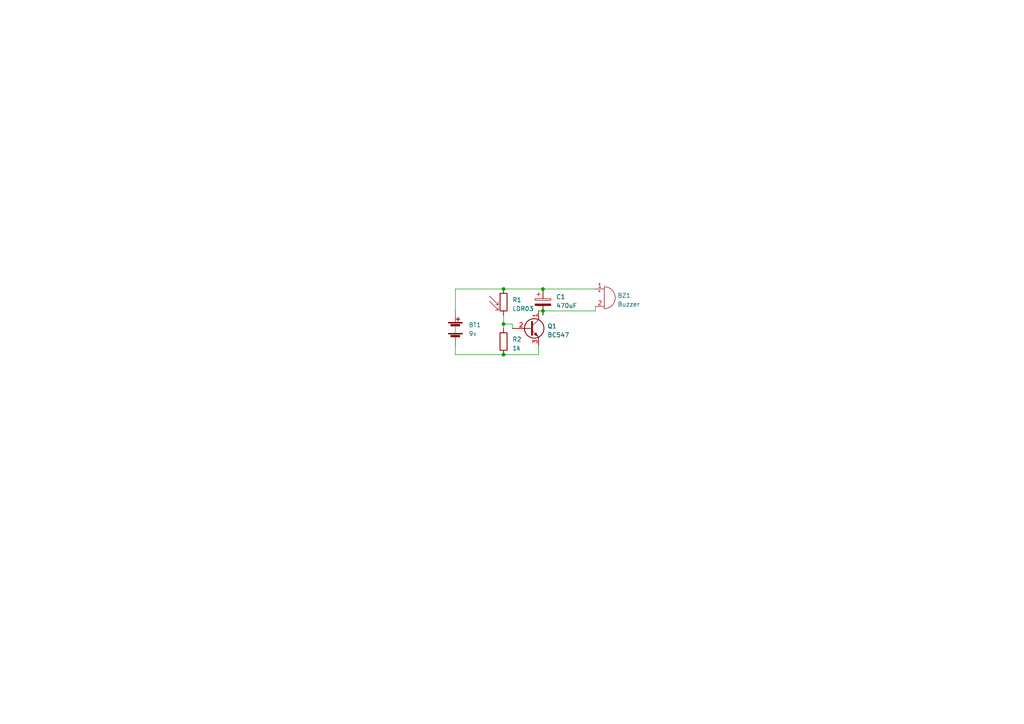
<source format=kicad_sch>
(kicad_sch (version 20230121) (generator eeschema)
  (paper "A4")
  (lib_symbols
    (symbol "Device:Battery" (pin_numbers hide) (pin_names (offset 0) hide)
      (property "Reference" "BT" (at 2.54 2.54 0))
      (property "Value" "Battery" (at 2.54 0 0))
      (symbol "Battery_0_1"
        (rectangle (start -2.032 -1.397) (end 2.032 -1.651) (fill (type outline)))
        (rectangle (start -2.032 1.778) (end 2.032 1.524) (fill (type outline)))
        (rectangle (start -1.3208 -1.9812) (end 1.27 -2.4892) (fill (type outline)))
        (rectangle (start -1.3208 1.1938) (end 1.27 0.6858) (fill (type outline)))
        (polyline (pts (xy 0 -1.524) (xy 0 -1.27)))
        (polyline (pts (xy 0 -1.016) (xy 0 -0.762)))
        (polyline (pts (xy 0 -0.508) (xy 0 -0.254)))
        (polyline (pts (xy 0 0) (xy 0 0.254)))
        (polyline (pts (xy 0 0.508) (xy 0 0.762)))
        (polyline (pts (xy 0 1.778) (xy 0 2.54)))
        (polyline (pts (xy 0.254 2.667) (xy 1.27 2.667)) (stroke (width 0.254)))
        (polyline (pts (xy 0.762 3.175) (xy 0.762 2.159)) (stroke (width 0.254)))
      )
      (symbol "Battery_1_1"
        (pin passive line (at 0 5.08 270) (length 2.54) (name "+") (number "1"))
        (pin passive line (at 0 -5.08 90) (length 2.54) (name "-") (number "2"))
      )
    )
    (symbol "Device:Buzzer" (pin_names (offset 0.0254) hide)
      (property "Reference" "BZ" (at 3.81 1.27 0))
      (property "Value" "Buzzer" (at 3.81 -1.27 0))
      (symbol "Buzzer_0_1"
        (arc (start 0 -3.175) (mid 3.1612 0) (end 0 3.175))
        (polyline (pts (xy -1.651 1.905) (xy -1.143 1.905)))
        (polyline (pts (xy -1.397 2.159) (xy -1.397 1.651)))
        (polyline (pts (xy 0 3.175) (xy 0 -3.175)))
      )
      (symbol "Buzzer_1_1"
        (pin passive line (at -2.54 2.54 0) (length 2.54) (name "-") (number "1"))
        (pin passive line (at -2.54 -2.54 0) (length 2.54) (name "+") (number "2"))
      )
    )
    (symbol "Device:C_Polarized" (pin_numbers hide) (pin_names (offset 0.254))
      (property "Reference" "C" (at 0.635 2.54 0))
      (property "Value" "C_Polarized" (at 0.635 -2.54 0))
      (symbol "C_Polarized_0_1"
        (rectangle (start -2.286 0.508) (end 2.286 1.016))
        (polyline (pts (xy -1.778 2.286) (xy -0.762 2.286)))
        (polyline (pts (xy -1.27 2.794) (xy -1.27 1.778)))
        (rectangle (start 2.286 -0.508) (end -2.286 -1.016) (fill (type outline)))
      )
      (symbol "C_Polarized_1_1"
        (pin passive line (at 0 3.81 270) (length 2.794) (name "~") (number "1"))
        (pin passive line (at 0 -3.81 90) (length 2.794) (name "~") (number "2"))
      )
    )
    (symbol "Device:R" (pin_numbers hide) (pin_names (offset 0))
      (property "Reference" "R" (at 2.032 0 90))
      (property "Value" "R" (at 0 0 90))
      (symbol "R_0_1"
        (rectangle (start -1.016 -2.54) (end 1.016 2.54) (stroke (width 0.254)))
      )
      (symbol "R_1_1"
        (pin passive line (at 0 3.81 270) (length 1.27) (name "~") (number "1"))
        (pin passive line (at 0 -3.81 90) (length 1.27) (name "~") (number "2"))
      )
    )
    (symbol "Sensor_Optical:LDR03" (pin_numbers hide) (pin_names (offset 0))
      (property "Reference" "R" (at -5.08 0 90))
      (property "Value" "LDR03" (at 1.905 0 90))
      (symbol "LDR03_0_1"
        (rectangle (start -1.016 2.54) (end 1.016 -2.54) (stroke (width 0.254)))
        (polyline (pts (xy -1.524 -2.286) (xy -4.064 0.254)))
        (polyline (pts (xy -1.524 -2.286) (xy -2.286 -2.286)))
        (polyline (pts (xy -1.524 -2.286) (xy -1.524 -1.524)))
        (polyline (pts (xy -1.524 -0.762) (xy -4.064 1.778)))
        (polyline (pts (xy -1.524 -0.762) (xy -2.286 -0.762)))
        (polyline (pts (xy -1.524 -0.762) (xy -1.524 0)))
      )
      (symbol "LDR03_1_1"
        (pin passive line (at 0 3.81 270) (length 1.27) (name "~") (number "1"))
        (pin passive line (at 0 -3.81 90) (length 1.27) (name "~") (number "2"))
      )
    )
    (symbol "Transistor_BJT:BC547" (pin_names (offset 0) hide)
      (property "Reference" "Q" (at 5.08 1.905 0))
      (property "Value" "BC547" (at 5.08 0 0))
      (symbol "BC547_0_1"
        (polyline (pts (xy 0 0) (xy 0.635 0)))
        (polyline (pts (xy 0.635 0.635) (xy 2.54 2.54)))
        (polyline (pts (xy 0.635 -0.635) (xy 2.54 -2.54) (xy 2.54 -2.54)))
        (polyline (pts (xy 0.635 1.905) (xy 0.635 -1.905) (xy 0.635 -1.905)) (stroke (width 0.508)))
        (polyline (pts (xy 1.27 -1.778) (xy 1.778 -1.27) (xy 2.286 -2.286) (xy 1.27 -1.778) (xy 1.27 -1.778)) (fill (type outline)))
        (circle (center 1.27 0) (radius 2.8194) (stroke (width 0.254)))
      )
      (symbol "BC547_1_1"
        (pin passive line (at 2.54 5.08 270) (length 2.54) (name "C") (number "1"))
        (pin input line (at -5.08 0 0) (length 5.08) (name "B") (number "2"))
        (pin passive line (at 2.54 -5.08 90) (length 2.54) (name "E") (number "3"))
      )
    )
  )
  (junction (at 146.05 102.87))
  (junction (at 157.48 83.82))
  (junction (at 146.05 93.98))
  (junction (at 146.05 83.82))
  (junction (at 157.48 90.17))
  (wire (pts (xy 148.59 93.98) (xy 146.05 93.98)))
  (wire (pts (xy 146.05 93.98) (xy 146.05 95.25)))
  (wire (pts (xy 156.21 90.17) (xy 157.48 90.17)))
  (wire (pts (xy 132.08 83.82) (xy 146.05 83.82)))
  (wire (pts (xy 146.05 83.82) (xy 157.48 83.82)))
  (wire (pts (xy 132.08 83.82) (xy 132.08 90.17)))
  (wire (pts (xy 172.72 90.17) (xy 172.72 88.9)))
  (wire (pts (xy 172.72 83.82) (xy 157.48 83.82)))
  (wire (pts (xy 146.05 102.87) (xy 156.21 102.87)))
  (wire (pts (xy 132.08 102.87) (xy 146.05 102.87)))
  (wire (pts (xy 148.59 95.25) (xy 148.59 93.98)))
  (wire (pts (xy 146.05 91.44) (xy 146.05 93.98)))
  (wire (pts (xy 157.48 90.17) (xy 157.48 91.44)))
  (wire (pts (xy 132.08 102.87) (xy 132.08 100.33)))
  (wire (pts (xy 156.21 102.87) (xy 156.21 100.33)))
  (wire (pts (xy 157.48 90.17) (xy 172.72 90.17)))
  (symbol (lib_id "Device:Battery") (at 132.08 95.25 0) (unit 1)
    (property "Reference" "BT1" (at 135.89 94.234 0) (effects (justify left)))
    (property "Value" "9v" (at 135.89 96.774 0) (effects (justify left)))
    (property "Footprint" "Connector_PinHeader_2.54mm:PinHeader_1x02_P2.54mm_Vertical" (effects hide))
  )
  (symbol (lib_id "Sensor_Optical:LDR03") (at 146.05 87.63 0) (unit 1)
    (property "Reference" "R1" (at 148.59 86.995 0) (effects (justify left)))
    (property "Value" "LDR03" (at 148.59 89.535 0) (effects (justify left)))
    (property "Footprint" "OptoDevice:R_LDR_10x8.5mm_P7.6mm_Vertical" (effects hide))
    (property "Datasheet" "http://www.elektronica-componenten.nl/WebRoot/StoreNL/Shops/61422969/54F1/BA0C/C664/31B9/2173/C0A8/2AB9/2AEF/LDR03IMP.pdf" (effects hide))
  )
  (symbol (lib_id "Device:R") (at 146.05 99.06 0) (unit 1)
    (property "Reference" "R2" (at 148.59 98.425 0) (effects (justify left)))
    (property "Value" "1k" (at 148.59 100.965 0) (effects (justify left)))
    (property "Footprint" "Resistor_THT:R_Axial_DIN0414_L11.9mm_D4.5mm_P15.24mm_Horizontal" (effects hide))
  )
  (symbol (lib_id "Device:C_Polarized") (at 157.48 87.63 0) (unit 1)
    (property "Reference" "C1" (at 161.29 86.106 0) (effects (justify left)))
    (property "Value" "470uF" (at 161.29 88.646 0) (effects (justify left)))
    (property "Footprint" "Capacitor_THT:CP_Radial_D10.0mm_P5.00mm" (effects hide))
  )
  (symbol (lib_id "Transistor_BJT:BC547") (at 153.67 95.25 0) (unit 1)
    (property "Reference" "Q1" (at 158.75 94.615 0) (effects (justify left)))
    (property "Value" "BC547" (at 158.75 97.155 0) (effects (justify left)))
    (property "Footprint" "Package_TO_SOT_THT:TO-92_Inline" (effects hide))
    (property "Datasheet" "https://www.onsemi.com/pub/Collateral/BC550-D.pdf" (effects hide))
  )
  (symbol (lib_id "Device:Buzzer") (at 175.26 86.36 0) (unit 1)
    (property "Reference" "BZ1" (at 179.07 85.725 0) (effects (justify left)))
    (property "Value" "Buzzer" (at 179.07 88.265 0) (effects (justify left)))
    (property "Footprint" "Buzzer_Beeper:Buzzer_12x9.5RM7.6" (effects hide))
  )
)
</source>
